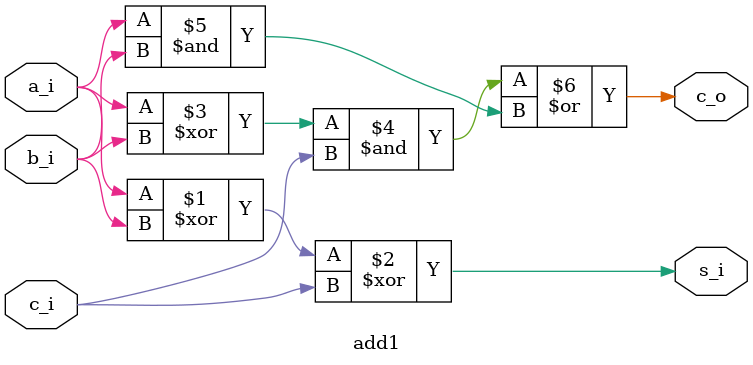
<source format=v>
module add1(a_i, b_i, c_i, s_i, c_o);
    input a_i;      //待加位a
    input b_i;      //待加位b
    input c_i;      //待加进位ci
    output s_i;     //结果和s
    output c_o;     //下一位进位c_i+1

    //si = （a异或b）异或ci
    assign s_i = (a_i ^ b_i) ^ c_i;

    //c_i+1进位运算
    assign c_o = ((a_i ^ b_i)&c_i) | (a_i & b_i);

endmodule
</source>
